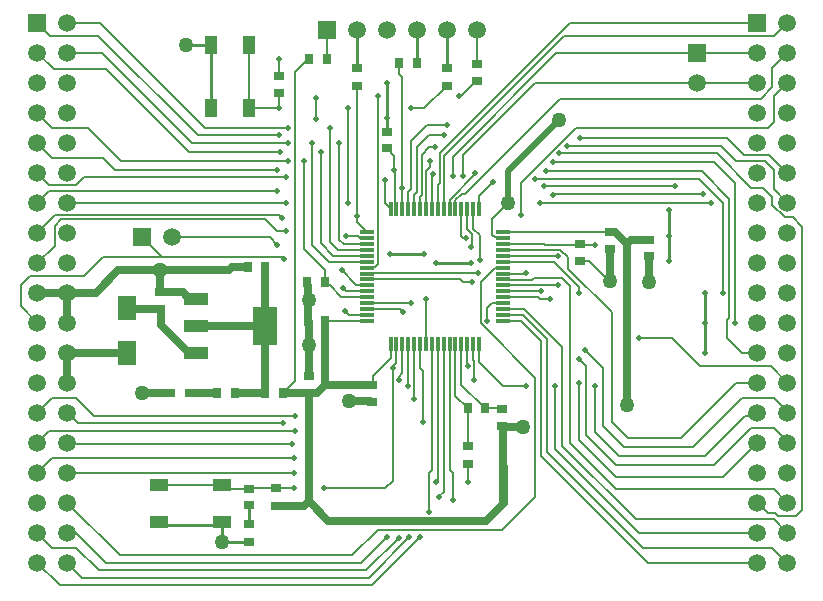
<source format=gtl>
G04*
G04 #@! TF.GenerationSoftware,Altium Limited,Altium Designer,19.1.8 (144)*
G04*
G04 Layer_Physical_Order=1*
G04 Layer_Color=255*
%FSLAX25Y25*%
%MOIN*%
G70*
G01*
G75*
%ADD10C,0.00600*%
%ADD31R,0.04700X0.01200*%
%ADD32R,0.01200X0.04700*%
%ADD33R,0.03543X0.03150*%
%ADD34R,0.03543X0.02756*%
%ADD35R,0.06496X0.07874*%
%ADD36R,0.05906X0.03937*%
%ADD37R,0.03150X0.03543*%
%ADD38R,0.03937X0.05906*%
%ADD39R,0.02756X0.03543*%
%ADD40R,0.08465X0.12795*%
%ADD41R,0.08465X0.03937*%
%ADD42R,0.03150X0.03150*%
%ADD43C,0.00800*%
%ADD44C,0.01000*%
%ADD45C,0.02500*%
%ADD46C,0.02000*%
%ADD47C,0.00700*%
%ADD48R,0.05906X0.05906*%
%ADD49C,0.05906*%
%ADD50R,0.05906X0.05906*%
%ADD51C,0.02000*%
%ADD52C,0.05000*%
D10*
X466000Y243000D02*
Y286547D01*
X435500Y242000D02*
X439500Y238000D01*
X367500Y242000D02*
X435500D01*
X365250Y239750D02*
X367500Y242000D01*
X466000Y241126D02*
Y243000D01*
X440000Y243500D02*
X441124Y242376D01*
X365500Y243500D02*
X440000D01*
X359500Y237500D02*
X365500Y243500D01*
X439500Y238000D02*
X442500D01*
X365250Y233250D02*
Y239750D01*
X359500Y227500D02*
X365250Y233250D01*
X363500Y251500D02*
X439500D01*
X359500Y247500D02*
X363500Y251500D01*
X372547Y253547D02*
X375000Y256000D01*
X363453Y253547D02*
X372547D01*
X359500Y257500D02*
X363453Y253547D01*
X375000Y256000D02*
X442500D01*
X466966Y235795D02*
X469362D01*
X466262Y236500D02*
X466966Y235795D01*
X462500Y236500D02*
X466262D01*
X478500Y258500D02*
Y263244D01*
X476000Y265744D02*
X478500Y263244D01*
X478836Y246006D02*
Y258164D01*
X478500Y258500D02*
X478836Y258164D01*
Y246006D02*
X479205Y245638D01*
X475500Y247374D02*
Y255000D01*
Y247374D02*
X477236Y245638D01*
X466000Y241126D02*
X469362Y237764D01*
X481173Y245638D02*
Y252500D01*
X469362Y222016D02*
X469376Y222029D01*
D31*
X469362Y208236D02*
D03*
Y210205D02*
D03*
Y212173D02*
D03*
Y214142D02*
D03*
Y216110D02*
D03*
Y218079D02*
D03*
Y220047D02*
D03*
Y222016D02*
D03*
Y223984D02*
D03*
Y225953D02*
D03*
Y227921D02*
D03*
Y229890D02*
D03*
Y231858D02*
D03*
Y233827D02*
D03*
Y235795D02*
D03*
Y237764D02*
D03*
X514638D02*
D03*
Y235795D02*
D03*
Y233827D02*
D03*
Y231858D02*
D03*
Y229890D02*
D03*
Y227921D02*
D03*
Y225953D02*
D03*
Y223984D02*
D03*
Y222016D02*
D03*
Y220047D02*
D03*
Y218079D02*
D03*
Y216110D02*
D03*
Y214142D02*
D03*
Y212173D02*
D03*
Y210205D02*
D03*
Y208236D02*
D03*
D32*
X477236Y245638D02*
D03*
X479205D02*
D03*
X481173D02*
D03*
X483142D02*
D03*
X485110D02*
D03*
X487079D02*
D03*
X489047D02*
D03*
X491016D02*
D03*
X492984D02*
D03*
X494953D02*
D03*
X496921D02*
D03*
X498890D02*
D03*
X500858D02*
D03*
X502827D02*
D03*
X504795D02*
D03*
X506764D02*
D03*
Y200362D02*
D03*
X504795D02*
D03*
X502827D02*
D03*
X500858D02*
D03*
X498890D02*
D03*
X496921D02*
D03*
X494953D02*
D03*
X492984D02*
D03*
X491016D02*
D03*
X489047D02*
D03*
X487079D02*
D03*
X485110D02*
D03*
X483142D02*
D03*
X481173D02*
D03*
X479205D02*
D03*
X477236D02*
D03*
D33*
X440000Y284244D02*
D03*
Y289756D02*
D03*
X400500Y217756D02*
D03*
Y212244D02*
D03*
X471000Y181244D02*
D03*
Y186756D02*
D03*
X563500Y235256D02*
D03*
Y229744D02*
D03*
X550500Y232244D02*
D03*
Y237756D02*
D03*
X450000Y184244D02*
D03*
Y189756D02*
D03*
X476000Y265744D02*
D03*
Y271256D02*
D03*
X540500Y233756D02*
D03*
Y228244D02*
D03*
X430000Y152256D02*
D03*
Y146744D02*
D03*
D34*
X506000Y293953D02*
D03*
Y288047D02*
D03*
X503000Y166500D02*
D03*
Y160594D02*
D03*
X439000Y146547D02*
D03*
Y152453D02*
D03*
X430000Y140453D02*
D03*
Y134547D02*
D03*
X514500Y173047D02*
D03*
Y178953D02*
D03*
X496000Y292500D02*
D03*
Y286595D02*
D03*
X466000Y292453D02*
D03*
Y286547D02*
D03*
D35*
X389500Y197520D02*
D03*
Y212480D02*
D03*
D36*
X421000Y141000D02*
D03*
X400000D02*
D03*
Y153500D02*
D03*
X421000D02*
D03*
D37*
X503102Y179000D02*
D03*
X508614D02*
D03*
X429744Y226000D02*
D03*
X435256D02*
D03*
X455256Y208236D02*
D03*
X449744D02*
D03*
D38*
X417500Y279000D02*
D03*
Y300000D02*
D03*
X430000D02*
D03*
Y279000D02*
D03*
D39*
X455953Y295500D02*
D03*
X450047D02*
D03*
X455453Y221000D02*
D03*
X449547D02*
D03*
X419547Y184000D02*
D03*
X425453D02*
D03*
X441453Y184000D02*
D03*
X435547D02*
D03*
X485953Y294000D02*
D03*
X480047D02*
D03*
D40*
X435516Y206500D02*
D03*
D41*
X412484Y197445D02*
D03*
Y206500D02*
D03*
Y215555D02*
D03*
D42*
X409952Y184000D02*
D03*
X404047D02*
D03*
D43*
X483000Y186500D02*
Y200220D01*
X385500Y258500D02*
X439500D01*
X527000Y247500D02*
X584000D01*
X370000Y167000D02*
X444500D01*
X369500Y167500D02*
X370000Y167000D01*
X359500Y177500D02*
X364500Y182500D01*
X372500D01*
X378500Y176500D01*
X373000Y174000D02*
X441500D01*
X369500Y177500D02*
X373000Y174000D01*
X359500Y167500D02*
X363553Y171553D01*
X359500Y157500D02*
X364500Y162500D01*
X400000Y152500D02*
X401000Y153500D01*
X420000D02*
X421244Y152256D01*
X477900Y154900D02*
Y192400D01*
X475484Y152484D02*
X477900Y154900D01*
X455016Y152484D02*
X475484D01*
X378500Y176500D02*
X445500D01*
X363553Y171553D02*
X445447D01*
X445500Y171500D01*
X364500Y162500D02*
X445000D01*
X369500Y157500D02*
X445000D01*
X473000Y138500D02*
X514500D01*
X464500Y130000D02*
X473000Y138500D01*
X387000Y130000D02*
X464500D01*
X369500Y147500D02*
X387000Y130000D01*
X493500Y149500D02*
Y149706D01*
X494953Y151158D01*
Y200362D01*
X467500Y127500D02*
X476000Y136000D01*
X382500Y127500D02*
X467500D01*
X469015Y125000D02*
X480000Y135985D01*
X514500Y138500D02*
X525500Y149500D01*
Y189266D01*
X507400Y207366D02*
Y221252D01*
Y207366D02*
X525500Y189266D01*
X506764Y194500D02*
X514764Y186500D01*
X522500D01*
X506764Y194500D02*
Y200362D01*
X421000Y153500D02*
X422244Y152256D01*
X430000D01*
X401000Y153500D02*
X420000D01*
X471000Y120000D02*
X487000Y136000D01*
X367000Y120000D02*
X471000D01*
X470000Y122500D02*
X483500Y136000D01*
X380000Y125000D02*
X469015D01*
X492984Y155000D02*
Y200362D01*
X490000Y144500D02*
Y157500D01*
X372500Y137500D02*
X382500Y127500D01*
X369500Y137500D02*
X372500D01*
Y132500D02*
X380000Y125000D01*
X364500Y132500D02*
X372500D01*
X359500Y137500D02*
X364500Y132500D01*
X374500Y122500D02*
X470000D01*
X369500Y127500D02*
X374500Y122500D01*
X359500Y127500D02*
X367000Y120000D01*
X498000Y148579D02*
Y157500D01*
X496921Y158579D02*
X498000Y157500D01*
X563500Y229744D02*
X563500Y229744D01*
X511188Y236708D02*
X511901Y235995D01*
X514438D01*
X514638Y235795D01*
X604000Y193000D02*
X609500Y187500D01*
X580500Y193000D02*
X604000D01*
X571000Y202500D02*
X580500Y193000D01*
X560000Y202500D02*
X571000D01*
X594500Y197500D02*
X599500D01*
X589500Y202500D02*
X594500Y197500D01*
X589500Y202500D02*
Y208600D01*
X590100Y209200D02*
Y248900D01*
X589500Y208600D02*
X590100Y209200D01*
X581000Y258000D02*
X590100Y248900D01*
X491137Y257137D02*
X491258Y257258D01*
X491137Y245759D02*
Y257137D01*
X491016Y245638D02*
X491137Y245759D01*
X469266Y212187D02*
X480313D01*
X501500Y221000D02*
X504500D01*
X507400Y221252D02*
X512101Y225953D01*
X469378Y224000D02*
X506500D01*
X469362Y223984D02*
X469378Y224000D01*
X511188Y242188D02*
X516500Y247500D01*
X511188Y236708D02*
Y242188D01*
X520600Y243600D02*
Y254070D01*
X539030Y272500D01*
X526499Y216110D02*
X527109Y215500D01*
X530500D01*
X536500Y225500D02*
X551000Y211000D01*
Y174500D02*
Y211000D01*
Y174500D02*
X556500Y169000D01*
X574000D01*
X592500Y187500D01*
X599500D01*
X555000Y166000D02*
X578000D01*
X548000Y173000D02*
X555000Y166000D01*
X548000Y173000D02*
Y192500D01*
X553500Y163000D02*
X582000D01*
X545500Y171000D02*
X553500Y163000D01*
X545500Y171000D02*
Y186500D01*
X542000Y198500D02*
X548000Y192500D01*
X536500Y225500D02*
Y229360D01*
X605000Y182500D02*
X609500Y178000D01*
Y177500D02*
Y178000D01*
X594500Y182500D02*
X605000D01*
X578000Y166000D02*
X594500Y182500D01*
X582000Y163000D02*
X595523Y176523D01*
X598523D01*
X599500Y177500D01*
X540000Y195500D02*
X542500Y193000D01*
Y170000D02*
Y193000D01*
Y170000D02*
X552500Y160000D01*
X560000Y137500D02*
X599500D01*
X532000Y165500D02*
X560000Y137500D01*
X585000Y160000D02*
X597500Y172500D01*
X552500Y160000D02*
X585000D01*
X588000Y156000D02*
X599500Y167500D01*
X552500Y156000D02*
X588000D01*
X540000Y168500D02*
X552500Y156000D01*
X563000Y127500D02*
X599500D01*
X527500Y163000D02*
X563000Y127500D01*
X527500Y163000D02*
Y201500D01*
X540000Y168500D02*
Y187500D01*
X552500Y152000D02*
X605000D01*
X537000Y167500D02*
X552500Y152000D01*
X537000Y167500D02*
Y219827D01*
X559000Y142000D02*
X605000D01*
X534500Y166500D02*
X559000Y142000D01*
X534500Y166500D02*
Y199500D01*
X605000Y172500D02*
X609500Y168000D01*
Y167500D02*
Y168000D01*
X597500Y172500D02*
X605000D01*
X534327Y222500D02*
X537000Y219827D01*
X605000Y152000D02*
X609500Y147500D01*
X606500Y143000D02*
X612500D01*
X605500Y144000D02*
X606500Y143000D01*
X603000Y144000D02*
X605500D01*
X599500Y147500D02*
X603000Y144000D01*
X605000Y142000D02*
X609500Y137500D01*
X525000Y222500D02*
X534327D01*
X524484Y221984D02*
X525000Y222500D01*
X526630Y220179D02*
X532821D01*
X532911Y220089D01*
X533870Y231990D02*
X536500Y229360D01*
X514769Y231990D02*
X533870D01*
X514638Y231858D02*
X514769Y231990D01*
X500000Y283000D02*
X500230Y283230D01*
X500789D01*
X505606Y288047D01*
X506000D01*
X473000Y227000D02*
Y283000D01*
X472153Y226153D02*
X473000Y227000D01*
X500470Y222029D02*
X501500Y221000D01*
X469562Y226153D02*
X472153D01*
X469362Y225953D02*
X469562Y226153D01*
X489500Y273500D02*
X496000D01*
X484000Y268000D02*
X489500Y273500D01*
X484000Y252000D02*
Y268000D01*
X490000Y266000D02*
X492000D01*
X487658Y263658D02*
X490000Y266000D01*
X487658Y250158D02*
Y263658D01*
X490000Y270000D02*
X495000D01*
X486000Y266000D02*
X490000Y270000D01*
X486000Y251000D02*
Y266000D01*
X507000Y228500D02*
Y236745D01*
X504795Y238950D02*
X507000Y236745D01*
X504382Y232881D02*
Y237242D01*
X502827Y238797D02*
X504382Y237242D01*
X504191Y232691D02*
X504382Y232881D01*
X504795Y238950D02*
Y245638D01*
X501563Y235795D02*
X502282D01*
X533756Y282256D02*
X600756D01*
X502100Y250600D02*
X533756Y282256D01*
X501100Y250600D02*
X502100D01*
X528500Y253000D02*
X572000D01*
X532000Y250500D02*
X581500D01*
X531500Y250000D02*
X532000Y250500D01*
X506764Y249764D02*
X511500Y254500D01*
X506764Y245638D02*
Y249764D01*
X539030Y272500D02*
X603000D01*
X521984Y223984D02*
X522253Y224253D01*
X514638Y223984D02*
X521984D01*
X496921Y248543D02*
X505500Y257121D01*
Y257500D01*
X501500Y256500D02*
Y263500D01*
X496921Y245638D02*
Y248543D01*
X498890Y248390D02*
X501100Y250600D01*
X489158Y258158D02*
X490500Y259500D01*
X489158Y245748D02*
Y258158D01*
X489047Y245638D02*
X489158Y245748D01*
X487079Y249579D02*
X487658Y250158D01*
X490500Y259500D02*
Y261500D01*
X495100Y245785D02*
Y263100D01*
X494953Y245638D02*
X495100Y245785D01*
Y263100D02*
X535000Y303000D01*
X493600Y254100D02*
Y264100D01*
X492984Y253484D02*
X493600Y254100D01*
Y264100D02*
X537000Y307500D01*
X485110Y250110D02*
X486000Y251000D01*
X483142Y251142D02*
X484000Y252000D01*
X441000Y229500D02*
X441814Y228686D01*
X401000Y229500D02*
X441000D01*
X437000Y236000D02*
X439500Y233500D01*
X404500Y236000D02*
X437000D01*
X381500Y229500D02*
X401000D01*
X394500Y236000D02*
X401000Y229500D01*
X375000Y223000D02*
X381500Y229500D01*
X461000Y225000D02*
X465753Y220247D01*
X469162D01*
X469362Y220047D01*
X445500Y188047D02*
Y291083D01*
X449524Y295106D01*
X441453Y184000D02*
X445500Y188047D01*
X601947Y261553D02*
X605000Y258500D01*
X592447Y261553D02*
X601947D01*
X587500Y266500D02*
X592447Y261553D01*
X595053Y263447D02*
X603553D01*
X589500Y269000D02*
X595053Y263447D01*
X540500Y269000D02*
X589500D01*
X604500Y246768D02*
Y249500D01*
X601500Y252500D02*
X604500Y249500D01*
X597500Y252500D02*
X601500D01*
X604500Y246768D02*
X608608Y242661D01*
X506000Y293953D02*
Y305000D01*
Y293953D02*
X506000Y293953D01*
X449524Y295106D02*
Y295500D01*
X456000Y295547D02*
Y299953D01*
X440000Y295500D02*
X440000Y295500D01*
Y289756D02*
Y295500D01*
X440000Y284244D02*
X440000Y284244D01*
X440000Y279000D02*
Y284244D01*
X489000Y215500D02*
X489024Y215476D01*
Y200386D02*
Y215476D01*
Y200386D02*
X489047Y200362D01*
X430000Y279000D02*
X440000D01*
X484000D02*
X488406D01*
X496000Y286595D01*
X532000Y165500D02*
Y186500D01*
X521827Y212173D02*
X534500Y199500D01*
X612500Y143000D02*
X614500Y145000D01*
Y239500D01*
X611339Y242661D02*
X614500Y239500D01*
X608608Y242661D02*
X611339D01*
X502827Y193173D02*
Y200362D01*
Y193173D02*
X503000Y193000D01*
X504795Y195175D02*
Y200362D01*
Y195175D02*
X505100Y194870D01*
Y188600D02*
Y194870D01*
X505000Y188500D02*
X505100Y188600D01*
X487079Y192421D02*
X488000Y191500D01*
Y174500D02*
Y191500D01*
X487079Y192421D02*
Y200362D01*
X483000Y200220D02*
X483142Y200362D01*
X469266Y214156D02*
X472999D01*
X469376Y222029D02*
X500470D01*
X483827Y214173D02*
X483913Y214087D01*
X472999Y214173D02*
X483827D01*
X480313Y212187D02*
X481500Y211000D01*
X354000Y220031D02*
X356969Y223000D01*
X354000Y213000D02*
Y220031D01*
Y213000D02*
X359500Y207500D01*
X356969Y223000D02*
X375000D01*
X479205Y194205D02*
Y200362D01*
X478050Y193050D02*
X479205Y194205D01*
X481173Y190673D02*
Y200362D01*
X480000Y189500D02*
X481173Y190673D01*
X477900Y192400D02*
X478050Y192550D01*
Y193050D01*
X480000Y188500D02*
Y189500D01*
X452500Y275500D02*
Y282500D01*
X415500Y272500D02*
X443000D01*
X380500Y307500D02*
X415500Y272500D01*
X369500Y307500D02*
X380500D01*
X413000Y270000D02*
X440000D01*
X379776Y303224D02*
X413000Y270000D01*
X363776Y303224D02*
X379776D01*
X411000Y267500D02*
X443000D01*
X381000Y297500D02*
X411000Y267500D01*
X369500Y297500D02*
X381000D01*
X359500Y307500D02*
X363776Y303224D01*
X382488Y292011D02*
X410000Y264500D01*
X364988Y292011D02*
X382488D01*
X359500Y297500D02*
X364988Y292011D01*
X410000Y264500D02*
X440500D01*
X364500Y272500D02*
X376500D01*
X359500Y277500D02*
X364500Y272500D01*
X376500D02*
X387500Y261500D01*
X443000D01*
X364500Y262500D02*
X381500D01*
X359500Y267500D02*
X364500Y262500D01*
X381500D02*
X385500Y258500D01*
X369500Y247500D02*
X442500D01*
X460000Y235325D02*
Y267500D01*
Y235325D02*
X461630Y233695D01*
X469231D01*
X512101Y225953D02*
X514638D01*
X511142Y214142D02*
X514638D01*
X509500Y212500D02*
X511142Y214142D01*
X509500Y208236D02*
Y212500D01*
X526530Y220079D02*
X526630Y220179D01*
X525595Y220079D02*
X526530D01*
X514638Y216110D02*
X526499D01*
X430000Y279000D02*
Y300000D01*
X529000Y258000D02*
X581000D01*
X525500Y255500D02*
X580000D01*
X588000Y247500D01*
X603553Y263447D02*
X609500Y257500D01*
X605000Y252000D02*
X609500Y247500D01*
X605000Y252000D02*
Y258500D01*
X536000Y266500D02*
X587500D01*
X533500Y264000D02*
X586000D01*
X597500Y252500D01*
X531500Y261000D02*
X585000D01*
X592000Y254000D01*
Y207500D02*
Y254000D01*
X588000Y217500D02*
Y247500D01*
X528624Y233500D02*
X540244D01*
X528328Y233795D02*
X528624Y233500D01*
X540244D02*
X540500Y233756D01*
X550000Y221500D02*
X550500D01*
X543256Y228244D02*
X550000Y221500D01*
X394500Y184000D02*
X394500Y184000D01*
X429953Y146697D02*
X430000Y146744D01*
Y152256D02*
X430197Y152453D01*
X439000D01*
X439032Y152484D01*
X445000D01*
X485142Y182032D02*
Y200331D01*
X503000Y154500D02*
Y160594D01*
X498890Y245638D02*
Y248390D01*
X540756Y233500D02*
X545500D01*
X540500Y233756D02*
X540756Y233500D01*
X540000Y217500D02*
Y219500D01*
X514669Y221984D02*
X524484D01*
X514638Y222016D02*
X514669Y221984D01*
X525563Y220047D02*
X525595Y220079D01*
X540500Y228244D02*
X543256D01*
X514638Y220047D02*
X525563D01*
X514669Y218047D02*
X526500D01*
X605000Y274500D02*
Y283000D01*
X603000Y272500D02*
X605000Y274500D01*
Y283000D02*
X609500Y287500D01*
X514638Y218079D02*
X514669Y218047D01*
Y237795D02*
X541961D01*
X531579Y227921D02*
X540000Y219500D01*
X514638Y227921D02*
X531579D01*
X514638Y229890D02*
X533000D01*
X514638Y227921D02*
X514669Y227890D01*
X502827Y238797D02*
Y245638D01*
X500858Y236500D02*
X501563Y235795D01*
X500858Y236500D02*
Y245638D01*
X514669Y233795D02*
X528328D01*
X520764Y208236D02*
X527500Y201500D01*
X514638Y208236D02*
X520764D01*
X529500Y164500D02*
Y202000D01*
X521295Y210205D02*
X529500Y202000D01*
X514638Y210205D02*
X521295D01*
X514638Y212173D02*
X521827D01*
X542000Y237795D02*
X549961D01*
X541961D02*
X542000Y237756D01*
X604500Y132500D02*
X609500Y127500D01*
X561500Y132500D02*
X604500D01*
X514638Y237764D02*
X514669Y237795D01*
X514638Y233827D02*
X514669Y233795D01*
X529500Y164500D02*
X561500Y132500D01*
X456000Y299953D02*
Y305000D01*
X492984Y245638D02*
Y253484D01*
X604500Y292500D02*
X609500Y297500D01*
X604500Y286000D02*
Y292500D01*
X600756Y282256D02*
X604500Y286000D01*
X487079Y245638D02*
Y249579D01*
X485110Y245638D02*
Y250110D01*
X483142Y245638D02*
Y251142D01*
X497900Y256600D02*
Y262900D01*
X535000Y303000D02*
X605000D01*
X501500Y263500D02*
X525500Y287500D01*
X497900Y262900D02*
X532500Y297500D01*
X525500Y287500D02*
X579500D01*
X532500Y297500D02*
X579500D01*
X537000Y307500D02*
X599500D01*
X605000Y303000D02*
X609500Y307500D01*
X477236Y195736D02*
Y200362D01*
X471244Y189744D02*
X477236Y195736D01*
X485110Y200362D02*
X485142Y200331D01*
X471244Y187000D02*
Y189744D01*
X496921Y158579D02*
Y200362D01*
X491016Y158516D02*
Y200362D01*
X490000Y157500D02*
X491016Y158516D01*
X463000Y247500D02*
Y279000D01*
X456579Y227921D02*
X469362D01*
X451000Y233500D02*
X456579Y227921D01*
X451000Y233500D02*
Y267500D01*
X458110Y229890D02*
X469362D01*
X454000Y234000D02*
X458110Y229890D01*
X454000Y234000D02*
Y264500D01*
X459642Y231858D02*
X469362D01*
X457000Y234500D02*
X459642Y231858D01*
X457000Y234500D02*
Y272500D01*
X448500Y232000D02*
Y261500D01*
Y232000D02*
X455453Y225047D01*
Y220000D02*
Y225047D01*
X469231Y233695D02*
X469362Y233827D01*
X579500Y287500D02*
X599500D01*
X579500Y297500D02*
X599500D01*
X461500Y219000D02*
X462421Y218079D01*
X460890Y216110D02*
X469362D01*
X457000Y220000D02*
X460890Y216110D01*
X455453Y220000D02*
X457000D01*
X508614Y179000D02*
X508614Y179000D01*
X515000D01*
X503000Y178898D02*
X503102Y179000D01*
X503000Y166500D02*
Y178898D01*
X500858Y186756D02*
X508614Y179000D01*
X500858Y186756D02*
Y200362D01*
X498890Y183213D02*
X503102Y179000D01*
X498890Y183213D02*
Y200362D01*
X462421Y218079D02*
X469362D01*
X462000Y211500D02*
X463295Y210205D01*
X469362D01*
X471000Y186756D02*
X471244Y187000D01*
X455256Y208236D02*
X455256Y208236D01*
X469362D01*
D44*
X570000Y236500D02*
Y245000D01*
Y228000D02*
Y236500D01*
X429953Y146697D02*
X430000Y146650D01*
X400984Y140000D02*
X421000D01*
Y134500D02*
X421024Y134524D01*
X421000Y134500D02*
Y141000D01*
X421024Y134524D02*
X429976D01*
X430000Y140453D02*
Y146650D01*
X429976Y134524D02*
X430000Y134547D01*
X582000Y207500D02*
Y217500D01*
Y197500D02*
Y207500D01*
X492500Y227500D02*
X504000D01*
X486000Y294000D02*
X486000Y294000D01*
X486000Y294000D02*
Y305000D01*
X476000Y275984D02*
Y287500D01*
X477000Y230500D02*
X488500D01*
X476000Y271256D02*
Y275984D01*
X409000Y300000D02*
X417500D01*
Y279000D02*
Y300000D01*
X496000Y292500D02*
Y305000D01*
X466000D02*
X466000Y305000D01*
Y292453D02*
Y305000D01*
D45*
X550500Y237756D02*
X552071D01*
X550000D02*
X550500D01*
X552071D02*
X556000Y233827D01*
X514595Y147095D02*
Y172953D01*
X509000Y141500D02*
X514595Y147095D01*
X456500Y141500D02*
X509000D01*
X514595Y172953D02*
X515000Y147500D01*
X514595Y172953D02*
X521500D01*
X450000Y148000D02*
X456500Y141500D01*
X470256Y181500D02*
X470756Y181000D01*
X449744Y208236D02*
Y219803D01*
X450000Y207980D02*
X450000Y207980D01*
X563500Y221000D02*
Y229744D01*
X556000Y233827D02*
X557429Y235256D01*
X563500D01*
X556000Y180000D02*
Y233827D01*
X400500Y217756D02*
Y225000D01*
X400500Y225000D02*
X400500Y225000D01*
X450000Y189756D02*
Y200000D01*
X423419Y225000D02*
X424419Y226000D01*
X400500Y225000D02*
X423419D01*
X424419Y226000D02*
X429744D01*
X379000Y217500D02*
X386500Y225000D01*
X400500D01*
X435256Y206760D02*
Y226000D01*
X435500Y184047D02*
Y206500D01*
X435256Y206760D02*
X435516Y206500D01*
X450000Y200000D02*
Y207980D01*
X455953Y295500D02*
X456000Y295547D01*
X455256Y186756D02*
Y208236D01*
X449547Y220000D02*
X449744Y219803D01*
X369500Y217500D02*
X379000D01*
X456000Y295500D02*
X456000Y295500D01*
X455953Y295500D02*
X456000D01*
X369500Y197500D02*
X389500D01*
X408020Y217756D02*
X410220Y215555D01*
X412484D01*
X400500Y217756D02*
X408020D01*
X412484Y206500D02*
X435500D01*
X410220Y197445D02*
X412484D01*
X400746Y206919D02*
X410220Y197445D01*
X400746Y206919D02*
Y211998D01*
X400500Y212244D02*
X400746Y211998D01*
X389736Y212244D02*
X400500D01*
X550500Y221500D02*
Y232244D01*
X439000Y146547D02*
X448547D01*
X450000Y148000D01*
X394500Y184000D02*
X404047D01*
X550000Y232244D02*
X550000Y232244D01*
X463500Y181500D02*
X470256D01*
X470756Y181000D02*
X471000Y181244D01*
X369500Y207500D02*
Y217500D01*
X359500D02*
X369500D01*
X450000Y148000D02*
Y184244D01*
X450000Y189756D02*
X450000Y189756D01*
X369500Y187500D02*
Y197500D01*
X449744Y208236D02*
X450000Y207980D01*
X471000Y181244D02*
X471000Y181244D01*
X455256Y186756D02*
X471000D01*
X450000Y184244D02*
X452744D01*
X455256Y186756D01*
X449756Y184000D02*
X450000Y184244D01*
X441453Y184000D02*
X449756D01*
X409952Y184000D02*
X409953Y184000D01*
X419547D01*
X425453D02*
X425453Y184000D01*
X435547D01*
X435500Y184047D02*
X435547Y184000D01*
D46*
X516500Y258000D02*
X533500Y275000D01*
X516500Y247500D02*
Y258000D01*
X389500Y212480D02*
X389736Y212244D01*
D47*
X480000Y290500D02*
Y294000D01*
X481173Y252500D02*
Y289327D01*
X480000Y290500D02*
X481173Y289327D01*
D48*
X599500Y307500D02*
D03*
X579500Y297500D02*
D03*
X359500Y307500D02*
D03*
D49*
X609500D02*
D03*
X599500Y297500D02*
D03*
X609500D02*
D03*
X599500Y287500D02*
D03*
X609500D02*
D03*
X599500Y277500D02*
D03*
X609500D02*
D03*
X599500Y267500D02*
D03*
X609500D02*
D03*
X599500Y257500D02*
D03*
X609500D02*
D03*
X599500Y247500D02*
D03*
X609500D02*
D03*
X599500Y237500D02*
D03*
X609500D02*
D03*
X599500Y227500D02*
D03*
X609500D02*
D03*
X599500Y217500D02*
D03*
X609500D02*
D03*
X599500Y207500D02*
D03*
X609500D02*
D03*
X599500Y197500D02*
D03*
X609500D02*
D03*
X599500Y187500D02*
D03*
X609500D02*
D03*
X599500Y177500D02*
D03*
X609500D02*
D03*
X599500Y167500D02*
D03*
X609500D02*
D03*
X599500Y157500D02*
D03*
X609500D02*
D03*
X599500Y147500D02*
D03*
X609500D02*
D03*
X599500Y137500D02*
D03*
X609500D02*
D03*
X599500Y127500D02*
D03*
X609500D02*
D03*
X404500Y236000D02*
D03*
X579500Y287500D02*
D03*
X369500Y307500D02*
D03*
X359500Y297500D02*
D03*
X369500D02*
D03*
X359500Y287500D02*
D03*
X369500D02*
D03*
X359500Y277500D02*
D03*
X369500D02*
D03*
X359500Y267500D02*
D03*
X369500D02*
D03*
X359500Y257500D02*
D03*
X369500D02*
D03*
X359500Y247500D02*
D03*
X369500D02*
D03*
X359500Y237500D02*
D03*
X369500D02*
D03*
X359500Y227500D02*
D03*
X369500D02*
D03*
X359500Y217500D02*
D03*
X369500D02*
D03*
X359500Y207500D02*
D03*
X369500D02*
D03*
X359500Y197500D02*
D03*
X369500D02*
D03*
X359500Y187500D02*
D03*
X369500D02*
D03*
X359500Y177500D02*
D03*
X369500D02*
D03*
X359500Y167500D02*
D03*
X369500D02*
D03*
X359500Y157500D02*
D03*
X369500D02*
D03*
X359500Y147500D02*
D03*
X369500D02*
D03*
X359500Y137500D02*
D03*
X369500D02*
D03*
X359500Y127500D02*
D03*
X369500D02*
D03*
X466000Y305000D02*
D03*
X476000D02*
D03*
X486000D02*
D03*
X496000D02*
D03*
X506000D02*
D03*
D50*
X394500Y236000D02*
D03*
X456000Y305000D02*
D03*
D51*
X483000Y186500D02*
D03*
X439500Y258500D02*
D03*
X570000Y245000D02*
D03*
Y236500D02*
D03*
Y228000D02*
D03*
X584000Y247500D02*
D03*
X444500Y167000D02*
D03*
X445500Y176500D02*
D03*
X441500Y174000D02*
D03*
X445500Y171500D02*
D03*
X445000Y162500D02*
D03*
Y157500D02*
D03*
X476000Y136000D02*
D03*
X480000Y135985D02*
D03*
X522500Y186500D02*
D03*
X492500Y154500D02*
D03*
X487000Y136000D02*
D03*
X483500D02*
D03*
X493500Y149500D02*
D03*
X490000Y144500D02*
D03*
X582000Y217500D02*
D03*
Y207500D02*
D03*
Y197500D02*
D03*
X560000Y202500D02*
D03*
X504000Y227500D02*
D03*
X504500Y221000D02*
D03*
X506500Y224000D02*
D03*
X545500Y186500D02*
D03*
X542000Y198500D02*
D03*
X540000Y187500D02*
D03*
Y195500D02*
D03*
X532911Y220089D02*
D03*
X492500Y227500D02*
D03*
X500000Y283000D02*
D03*
X476000Y287500D02*
D03*
X473000Y283000D02*
D03*
X488500Y230500D02*
D03*
X477000D02*
D03*
X476000Y275984D02*
D03*
X492000Y266000D02*
D03*
X495000Y270000D02*
D03*
X496000Y273500D02*
D03*
X504191Y232691D02*
D03*
X502282Y235795D02*
D03*
X520600Y243600D02*
D03*
X528500Y253000D02*
D03*
X572000D02*
D03*
X511500Y254500D02*
D03*
X522253Y224253D02*
D03*
X505500Y257500D02*
D03*
X501500Y256500D02*
D03*
X491258Y257258D02*
D03*
X490500Y261500D02*
D03*
X441124Y242376D02*
D03*
X442500Y238000D02*
D03*
X441814Y228686D02*
D03*
X439500Y233500D02*
D03*
X461000Y225000D02*
D03*
X440000Y295500D02*
D03*
Y279000D02*
D03*
X484000D02*
D03*
X532000Y186500D02*
D03*
X503000Y193000D02*
D03*
X505000Y188500D02*
D03*
X488000Y174500D02*
D03*
X489000Y215500D02*
D03*
X483913Y214087D02*
D03*
X481500Y211000D02*
D03*
X478050Y192550D02*
D03*
X480000Y188500D02*
D03*
X452500Y282500D02*
D03*
Y275500D02*
D03*
X439500Y251500D02*
D03*
X443000Y272500D02*
D03*
X440000Y270000D02*
D03*
X443000Y267500D02*
D03*
X440500Y264500D02*
D03*
X443000Y261500D02*
D03*
X442500Y256000D02*
D03*
Y247500D02*
D03*
X462500Y236500D02*
D03*
X531500Y250000D02*
D03*
X527000Y247500D02*
D03*
X529000Y258000D02*
D03*
X525500Y255500D02*
D03*
X540500Y269000D02*
D03*
X478500Y258500D02*
D03*
X475500Y255000D02*
D03*
X536000Y266500D02*
D03*
X533500Y264000D02*
D03*
X531500Y261000D02*
D03*
X530500Y215500D02*
D03*
X445000Y152484D02*
D03*
X455016D02*
D03*
X485142Y182032D02*
D03*
X503000Y154500D02*
D03*
X581500Y250500D02*
D03*
X545500Y233500D02*
D03*
X540000Y217484D02*
D03*
X507000Y228500D02*
D03*
X527500Y218079D02*
D03*
X533000Y229890D02*
D03*
X588000Y217500D02*
D03*
X592000Y207500D02*
D03*
X509500Y208236D02*
D03*
X498000Y148579D02*
D03*
X497900Y256600D02*
D03*
X481173Y252500D02*
D03*
X463000Y279000D02*
D03*
X448500Y261500D02*
D03*
X451000Y267500D02*
D03*
X454000Y264500D02*
D03*
X457000Y272500D02*
D03*
X460000Y267500D02*
D03*
X466000Y243000D02*
D03*
X463000Y247500D02*
D03*
X462000Y211500D02*
D03*
X461500Y219000D02*
D03*
D52*
X521500Y172953D02*
D03*
X421000Y134500D02*
D03*
X563500Y221000D02*
D03*
X516500Y247500D02*
D03*
X556000Y180000D02*
D03*
X533500Y275000D02*
D03*
X450000Y200000D02*
D03*
X400500Y225000D02*
D03*
X450000Y215000D02*
D03*
X409000Y300000D02*
D03*
X550500Y221500D02*
D03*
X394500Y184000D02*
D03*
X463500Y181500D02*
D03*
M02*

</source>
